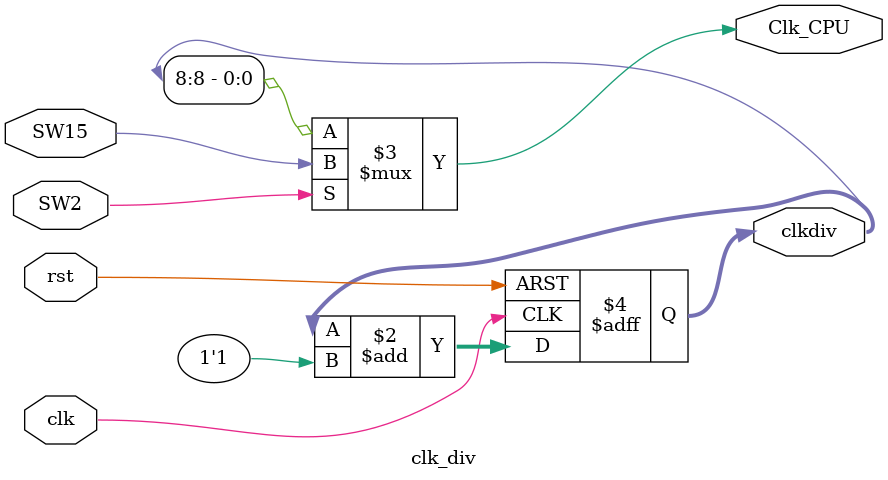
<source format=v>
`timescale 1ns / 1ps
module clk_div(input clk,
					input rst,
					input SW2,
					input SW15,
					//input keyReady,
					//input [3:0] BTN_OK,
					output reg [31:0] clkdiv,
					output Clk_CPU
					//output reg readn
					);
					
// Clock divider-Ê±ÖÓ·ÖÆµÆ÷
	
	//wire auto_clk;
	//reg [31:0] step;
	//reg [4:0] counter;
	//reg wasReady;
	
	//assign Clk_CPU = SW15;

	always @ (posedge clk or posedge rst) begin 
		if (rst) clkdiv <= 0;
		else clkdiv <= clkdiv + 1'b1; 
	end
	
	assign Clk_CPU = (SW2) ? SW15 : clkdiv[8];
	
	
	/*
	assign auto_clk =(SW2)? clkdiv[24] : clkdiv[2];
	assign Clk_CPU = (SW15) ? step[0] : auto_clk;
	
	always @ (posedge clk or posedge rst) begin
		if(rst) begin
			step <= 0;
			counter <= 0;
			wasReady <= 0;
			readn <= 0;
		end
		else begin
			if(counter != 0 && clkdiv[24]) begin
				step <= step + 1'b1;
				counter <= counter - 1'b1;
				readn <= 0;
			end
			else begin
				wasReady <= keyReady;
				if(!wasReady && keyReady) begin
					readn <= 0;
					if(BTN_OK[0]) counter <= 5'd2;
					else if(BTN_OK[1]) counter <= 5'd4;
					else if(BTN_OK[2]) counter <= 5'd10;
					else if(BTN_OK[3]) counter <= 5'd20;
				end
				else
					readn <= 1;
			end
		end
	end
	
	*/
	
endmodule

</source>
